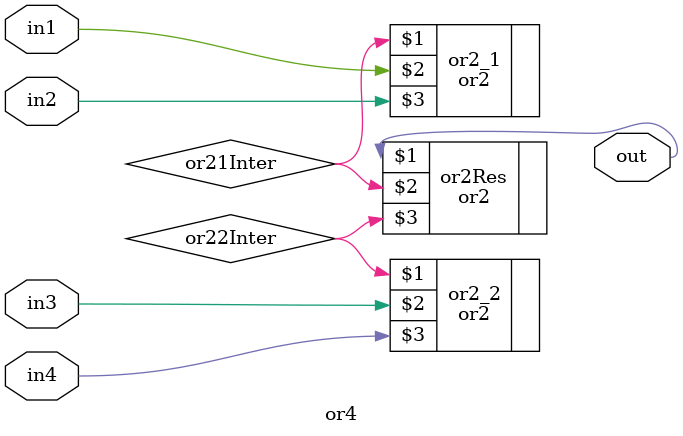
<source format=v>
/*

    CS 552 Spring '23
    
    5 input AND
*/
`default_nettype none
module or4(out, in1, in2, in3, in4);
    output wire out;
    input wire in1, in2, in3, in4;

    wire or21Inter, or22Inter;

    or2 or2_1(or21Inter, in1, in2);
    or2 or2_2(or22Inter, in3, in4);
    or2 or2Res(out, or21Inter, or22Inter);
endmodule
`default_nettype wire

</source>
